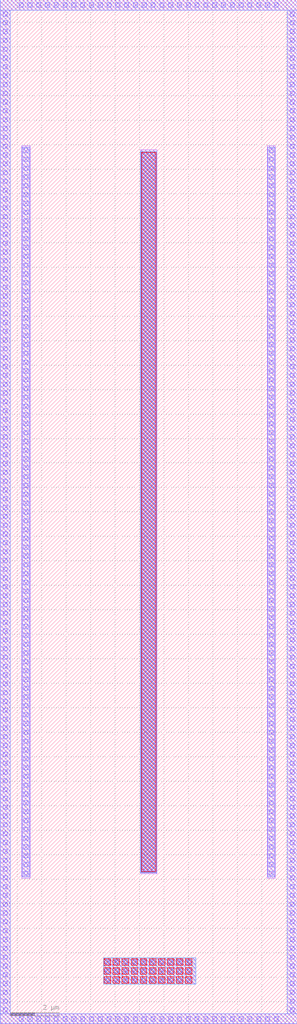
<source format=lef>
# Copyright 2020 The SkyWater PDK Authors
#
# Licensed under the Apache License, Version 2.0 (the "License");
# you may not use this file except in compliance with the License.
# You may obtain a copy of the License at
#
#     https://www.apache.org/licenses/LICENSE-2.0
#
# Unless required by applicable law or agreed to in writing, software
# distributed under the License is distributed on an "AS IS" BASIS,
# WITHOUT WARRANTIES OR CONDITIONS OF ANY KIND, either express or implied.
# See the License for the specific language governing permissions and
# limitations under the License.
#
# SPDX-License-Identifier: Apache-2.0

VERSION 5.7 ;
  NOWIREEXTENSIONATPIN ON ;
  DIVIDERCHAR "/" ;
  BUSBITCHARS "[]" ;
MACRO sky130_fd_pr__rf_nfet_20v0_withptap
  CLASS BLOCK ;
  FOREIGN sky130_fd_pr__rf_nfet_20v0_withptap ;
  ORIGIN  5.700000  5.910000 ;
  SIZE  12.15000 BY  41.82000 ;
  OBS
    LAYER li1 ;
      RECT -5.700000 -5.910000  6.450000 -5.500000 ;
      RECT -5.700000 -5.500000 -5.290000 35.500000 ;
      RECT -5.700000 35.500000  6.450000 35.910000 ;
      RECT -4.810000  0.045000 -4.480000 29.955000 ;
      RECT -1.480000 -4.285000  2.300000 -3.215000 ;
      RECT  0.040000  0.215000  0.710000 29.785000 ;
      RECT  5.230000  0.045000  5.560000 29.955000 ;
      RECT  6.040000 -5.500000  6.450000 35.500000 ;
    LAYER mcon ;
      RECT -5.580000 -5.425000 -5.410000 -5.255000 ;
      RECT -5.580000 -5.065000 -5.410000 -4.895000 ;
      RECT -5.580000 -4.705000 -5.410000 -4.535000 ;
      RECT -5.580000 -4.345000 -5.410000 -4.175000 ;
      RECT -5.580000 -3.985000 -5.410000 -3.815000 ;
      RECT -5.580000 -3.625000 -5.410000 -3.455000 ;
      RECT -5.580000 -3.265000 -5.410000 -3.095000 ;
      RECT -5.580000 -2.905000 -5.410000 -2.735000 ;
      RECT -5.580000 -2.545000 -5.410000 -2.375000 ;
      RECT -5.580000 -2.185000 -5.410000 -2.015000 ;
      RECT -5.580000 -1.825000 -5.410000 -1.655000 ;
      RECT -5.580000 -1.465000 -5.410000 -1.295000 ;
      RECT -5.580000 -1.105000 -5.410000 -0.935000 ;
      RECT -5.580000 -0.745000 -5.410000 -0.575000 ;
      RECT -5.580000 -0.385000 -5.410000 -0.215000 ;
      RECT -5.580000 -0.025000 -5.410000  0.145000 ;
      RECT -5.580000  0.335000 -5.410000  0.505000 ;
      RECT -5.580000  0.695000 -5.410000  0.865000 ;
      RECT -5.580000  1.055000 -5.410000  1.225000 ;
      RECT -5.580000  1.415000 -5.410000  1.585000 ;
      RECT -5.580000  1.775000 -5.410000  1.945000 ;
      RECT -5.580000  2.135000 -5.410000  2.305000 ;
      RECT -5.580000  2.495000 -5.410000  2.665000 ;
      RECT -5.580000  2.855000 -5.410000  3.025000 ;
      RECT -5.580000  3.215000 -5.410000  3.385000 ;
      RECT -5.580000  3.575000 -5.410000  3.745000 ;
      RECT -5.580000  3.935000 -5.410000  4.105000 ;
      RECT -5.580000  4.295000 -5.410000  4.465000 ;
      RECT -5.580000  4.655000 -5.410000  4.825000 ;
      RECT -5.580000  5.015000 -5.410000  5.185000 ;
      RECT -5.580000  5.375000 -5.410000  5.545000 ;
      RECT -5.580000  5.735000 -5.410000  5.905000 ;
      RECT -5.580000  6.095000 -5.410000  6.265000 ;
      RECT -5.580000  6.455000 -5.410000  6.625000 ;
      RECT -5.580000  6.815000 -5.410000  6.985000 ;
      RECT -5.580000  7.175000 -5.410000  7.345000 ;
      RECT -5.580000  7.535000 -5.410000  7.705000 ;
      RECT -5.580000  7.895000 -5.410000  8.065000 ;
      RECT -5.580000  8.255000 -5.410000  8.425000 ;
      RECT -5.580000  8.615000 -5.410000  8.785000 ;
      RECT -5.580000  8.975000 -5.410000  9.145000 ;
      RECT -5.580000  9.335000 -5.410000  9.505000 ;
      RECT -5.580000  9.695000 -5.410000  9.865000 ;
      RECT -5.580000 10.055000 -5.410000 10.225000 ;
      RECT -5.580000 10.415000 -5.410000 10.585000 ;
      RECT -5.580000 10.775000 -5.410000 10.945000 ;
      RECT -5.580000 11.135000 -5.410000 11.305000 ;
      RECT -5.580000 11.495000 -5.410000 11.665000 ;
      RECT -5.580000 11.855000 -5.410000 12.025000 ;
      RECT -5.580000 12.215000 -5.410000 12.385000 ;
      RECT -5.580000 12.575000 -5.410000 12.745000 ;
      RECT -5.580000 12.935000 -5.410000 13.105000 ;
      RECT -5.580000 13.295000 -5.410000 13.465000 ;
      RECT -5.580000 13.655000 -5.410000 13.825000 ;
      RECT -5.580000 14.015000 -5.410000 14.185000 ;
      RECT -5.580000 14.375000 -5.410000 14.545000 ;
      RECT -5.580000 14.735000 -5.410000 14.905000 ;
      RECT -5.580000 15.095000 -5.410000 15.265000 ;
      RECT -5.580000 15.455000 -5.410000 15.625000 ;
      RECT -5.580000 15.815000 -5.410000 15.985000 ;
      RECT -5.580000 16.175000 -5.410000 16.345000 ;
      RECT -5.580000 16.535000 -5.410000 16.705000 ;
      RECT -5.580000 16.895000 -5.410000 17.065000 ;
      RECT -5.580000 17.255000 -5.410000 17.425000 ;
      RECT -5.580000 17.615000 -5.410000 17.785000 ;
      RECT -5.580000 17.975000 -5.410000 18.145000 ;
      RECT -5.580000 18.335000 -5.410000 18.505000 ;
      RECT -5.580000 18.695000 -5.410000 18.865000 ;
      RECT -5.580000 19.055000 -5.410000 19.225000 ;
      RECT -5.580000 19.415000 -5.410000 19.585000 ;
      RECT -5.580000 19.775000 -5.410000 19.945000 ;
      RECT -5.580000 20.135000 -5.410000 20.305000 ;
      RECT -5.580000 20.495000 -5.410000 20.665000 ;
      RECT -5.580000 20.855000 -5.410000 21.025000 ;
      RECT -5.580000 21.215000 -5.410000 21.385000 ;
      RECT -5.580000 21.575000 -5.410000 21.745000 ;
      RECT -5.580000 21.935000 -5.410000 22.105000 ;
      RECT -5.580000 22.295000 -5.410000 22.465000 ;
      RECT -5.580000 22.655000 -5.410000 22.825000 ;
      RECT -5.580000 23.015000 -5.410000 23.185000 ;
      RECT -5.580000 23.375000 -5.410000 23.545000 ;
      RECT -5.580000 23.735000 -5.410000 23.905000 ;
      RECT -5.580000 24.095000 -5.410000 24.265000 ;
      RECT -5.580000 24.455000 -5.410000 24.625000 ;
      RECT -5.580000 24.815000 -5.410000 24.985000 ;
      RECT -5.580000 25.175000 -5.410000 25.345000 ;
      RECT -5.580000 25.535000 -5.410000 25.705000 ;
      RECT -5.580000 25.895000 -5.410000 26.065000 ;
      RECT -5.580000 26.255000 -5.410000 26.425000 ;
      RECT -5.580000 26.615000 -5.410000 26.785000 ;
      RECT -5.580000 26.975000 -5.410000 27.145000 ;
      RECT -5.580000 27.335000 -5.410000 27.505000 ;
      RECT -5.580000 27.695000 -5.410000 27.865000 ;
      RECT -5.580000 28.055000 -5.410000 28.225000 ;
      RECT -5.580000 28.415000 -5.410000 28.585000 ;
      RECT -5.580000 28.775000 -5.410000 28.945000 ;
      RECT -5.580000 29.135000 -5.410000 29.305000 ;
      RECT -5.580000 29.495000 -5.410000 29.665000 ;
      RECT -5.580000 29.855000 -5.410000 30.025000 ;
      RECT -5.580000 30.215000 -5.410000 30.385000 ;
      RECT -5.580000 30.575000 -5.410000 30.745000 ;
      RECT -5.580000 30.935000 -5.410000 31.105000 ;
      RECT -5.580000 31.295000 -5.410000 31.465000 ;
      RECT -5.580000 31.655000 -5.410000 31.825000 ;
      RECT -5.580000 32.015000 -5.410000 32.185000 ;
      RECT -5.580000 32.375000 -5.410000 32.545000 ;
      RECT -5.580000 32.735000 -5.410000 32.905000 ;
      RECT -5.580000 33.095000 -5.410000 33.265000 ;
      RECT -5.580000 33.455000 -5.410000 33.625000 ;
      RECT -5.580000 33.815000 -5.410000 33.985000 ;
      RECT -5.580000 34.175000 -5.410000 34.345000 ;
      RECT -5.580000 34.535000 -5.410000 34.705000 ;
      RECT -5.580000 34.895000 -5.410000 35.065000 ;
      RECT -5.580000 35.255000 -5.410000 35.425000 ;
      RECT -4.930000 -5.790000 -4.760000 -5.620000 ;
      RECT -4.930000 35.620000 -4.760000 35.790000 ;
      RECT -4.730000  0.155000 -4.560000  0.325000 ;
      RECT -4.730000  0.515000 -4.560000  0.685000 ;
      RECT -4.730000  0.875000 -4.560000  1.045000 ;
      RECT -4.730000  1.235000 -4.560000  1.405000 ;
      RECT -4.730000  1.595000 -4.560000  1.765000 ;
      RECT -4.730000  1.955000 -4.560000  2.125000 ;
      RECT -4.730000  2.315000 -4.560000  2.485000 ;
      RECT -4.730000  2.675000 -4.560000  2.845000 ;
      RECT -4.730000  3.035000 -4.560000  3.205000 ;
      RECT -4.730000  3.395000 -4.560000  3.565000 ;
      RECT -4.730000  3.755000 -4.560000  3.925000 ;
      RECT -4.730000  4.115000 -4.560000  4.285000 ;
      RECT -4.730000  4.475000 -4.560000  4.645000 ;
      RECT -4.730000  4.835000 -4.560000  5.005000 ;
      RECT -4.730000  5.195000 -4.560000  5.365000 ;
      RECT -4.730000  5.555000 -4.560000  5.725000 ;
      RECT -4.730000  5.915000 -4.560000  6.085000 ;
      RECT -4.730000  6.275000 -4.560000  6.445000 ;
      RECT -4.730000  6.635000 -4.560000  6.805000 ;
      RECT -4.730000  6.995000 -4.560000  7.165000 ;
      RECT -4.730000  7.355000 -4.560000  7.525000 ;
      RECT -4.730000  7.715000 -4.560000  7.885000 ;
      RECT -4.730000  8.075000 -4.560000  8.245000 ;
      RECT -4.730000  8.435000 -4.560000  8.605000 ;
      RECT -4.730000  8.795000 -4.560000  8.965000 ;
      RECT -4.730000  9.155000 -4.560000  9.325000 ;
      RECT -4.730000  9.515000 -4.560000  9.685000 ;
      RECT -4.730000  9.875000 -4.560000 10.045000 ;
      RECT -4.730000 10.235000 -4.560000 10.405000 ;
      RECT -4.730000 10.595000 -4.560000 10.765000 ;
      RECT -4.730000 10.955000 -4.560000 11.125000 ;
      RECT -4.730000 11.315000 -4.560000 11.485000 ;
      RECT -4.730000 11.675000 -4.560000 11.845000 ;
      RECT -4.730000 12.035000 -4.560000 12.205000 ;
      RECT -4.730000 12.395000 -4.560000 12.565000 ;
      RECT -4.730000 12.755000 -4.560000 12.925000 ;
      RECT -4.730000 13.115000 -4.560000 13.285000 ;
      RECT -4.730000 13.475000 -4.560000 13.645000 ;
      RECT -4.730000 13.835000 -4.560000 14.005000 ;
      RECT -4.730000 14.195000 -4.560000 14.365000 ;
      RECT -4.730000 14.555000 -4.560000 14.725000 ;
      RECT -4.730000 14.915000 -4.560000 15.085000 ;
      RECT -4.730000 15.275000 -4.560000 15.445000 ;
      RECT -4.730000 15.635000 -4.560000 15.805000 ;
      RECT -4.730000 15.995000 -4.560000 16.165000 ;
      RECT -4.730000 16.355000 -4.560000 16.525000 ;
      RECT -4.730000 16.715000 -4.560000 16.885000 ;
      RECT -4.730000 17.075000 -4.560000 17.245000 ;
      RECT -4.730000 17.435000 -4.560000 17.605000 ;
      RECT -4.730000 17.795000 -4.560000 17.965000 ;
      RECT -4.730000 18.155000 -4.560000 18.325000 ;
      RECT -4.730000 18.515000 -4.560000 18.685000 ;
      RECT -4.730000 18.875000 -4.560000 19.045000 ;
      RECT -4.730000 19.235000 -4.560000 19.405000 ;
      RECT -4.730000 19.595000 -4.560000 19.765000 ;
      RECT -4.730000 19.955000 -4.560000 20.125000 ;
      RECT -4.730000 20.315000 -4.560000 20.485000 ;
      RECT -4.730000 20.675000 -4.560000 20.845000 ;
      RECT -4.730000 21.035000 -4.560000 21.205000 ;
      RECT -4.730000 21.395000 -4.560000 21.565000 ;
      RECT -4.730000 21.755000 -4.560000 21.925000 ;
      RECT -4.730000 22.115000 -4.560000 22.285000 ;
      RECT -4.730000 22.475000 -4.560000 22.645000 ;
      RECT -4.730000 22.835000 -4.560000 23.005000 ;
      RECT -4.730000 23.195000 -4.560000 23.365000 ;
      RECT -4.730000 23.555000 -4.560000 23.725000 ;
      RECT -4.730000 23.915000 -4.560000 24.085000 ;
      RECT -4.730000 24.275000 -4.560000 24.445000 ;
      RECT -4.730000 24.635000 -4.560000 24.805000 ;
      RECT -4.730000 24.995000 -4.560000 25.165000 ;
      RECT -4.730000 25.355000 -4.560000 25.525000 ;
      RECT -4.730000 25.715000 -4.560000 25.885000 ;
      RECT -4.730000 26.075000 -4.560000 26.245000 ;
      RECT -4.730000 26.435000 -4.560000 26.605000 ;
      RECT -4.730000 26.795000 -4.560000 26.965000 ;
      RECT -4.730000 27.155000 -4.560000 27.325000 ;
      RECT -4.730000 27.515000 -4.560000 27.685000 ;
      RECT -4.730000 27.875000 -4.560000 28.045000 ;
      RECT -4.730000 28.235000 -4.560000 28.405000 ;
      RECT -4.730000 28.595000 -4.560000 28.765000 ;
      RECT -4.730000 28.955000 -4.560000 29.125000 ;
      RECT -4.730000 29.315000 -4.560000 29.485000 ;
      RECT -4.730000 29.675000 -4.560000 29.845000 ;
      RECT -4.570000 -5.790000 -4.400000 -5.620000 ;
      RECT -4.570000 35.620000 -4.400000 35.790000 ;
      RECT -4.210000 -5.790000 -4.040000 -5.620000 ;
      RECT -4.210000 35.620000 -4.040000 35.790000 ;
      RECT -3.850000 -5.790000 -3.680000 -5.620000 ;
      RECT -3.850000 35.620000 -3.680000 35.790000 ;
      RECT -3.490000 -5.790000 -3.320000 -5.620000 ;
      RECT -3.490000 35.620000 -3.320000 35.790000 ;
      RECT -3.130000 -5.790000 -2.960000 -5.620000 ;
      RECT -3.130000 35.620000 -2.960000 35.790000 ;
      RECT -2.770000 -5.790000 -2.600000 -5.620000 ;
      RECT -2.770000 35.620000 -2.600000 35.790000 ;
      RECT -2.410000 -5.790000 -2.240000 -5.620000 ;
      RECT -2.410000 35.620000 -2.240000 35.790000 ;
      RECT -2.050000 -5.790000 -1.880000 -5.620000 ;
      RECT -2.050000 35.620000 -1.880000 35.790000 ;
      RECT -1.690000 -5.790000 -1.520000 -5.620000 ;
      RECT -1.690000 35.620000 -1.520000 35.790000 ;
      RECT -1.400000 -4.205000 -1.230000 -4.035000 ;
      RECT -1.400000 -3.835000 -1.230000 -3.665000 ;
      RECT -1.400000 -3.465000 -1.230000 -3.295000 ;
      RECT -1.330000 -5.790000 -1.160000 -5.620000 ;
      RECT -1.330000 35.620000 -1.160000 35.790000 ;
      RECT -1.030000 -4.205000 -0.860000 -4.035000 ;
      RECT -1.030000 -3.835000 -0.860000 -3.665000 ;
      RECT -1.030000 -3.465000 -0.860000 -3.295000 ;
      RECT -0.970000 -5.790000 -0.800000 -5.620000 ;
      RECT -0.970000 35.620000 -0.800000 35.790000 ;
      RECT -0.660000 -4.205000 -0.490000 -4.035000 ;
      RECT -0.660000 -3.835000 -0.490000 -3.665000 ;
      RECT -0.660000 -3.465000 -0.490000 -3.295000 ;
      RECT -0.610000 -5.790000 -0.440000 -5.620000 ;
      RECT -0.610000 35.620000 -0.440000 35.790000 ;
      RECT -0.290000 -4.205000 -0.120000 -4.035000 ;
      RECT -0.290000 -3.835000 -0.120000 -3.665000 ;
      RECT -0.290000 -3.465000 -0.120000 -3.295000 ;
      RECT -0.250000 -5.790000 -0.080000 -5.620000 ;
      RECT -0.250000 35.620000 -0.080000 35.790000 ;
      RECT  0.080000 -4.205000  0.250000 -4.035000 ;
      RECT  0.080000 -3.835000  0.250000 -3.665000 ;
      RECT  0.080000 -3.465000  0.250000 -3.295000 ;
      RECT  0.110000 -5.790000  0.280000 -5.620000 ;
      RECT  0.110000  0.335000  0.640000 29.665000 ;
      RECT  0.110000 35.620000  0.280000 35.790000 ;
      RECT  0.450000 -4.205000  0.620000 -4.035000 ;
      RECT  0.450000 -3.835000  0.620000 -3.665000 ;
      RECT  0.450000 -3.465000  0.620000 -3.295000 ;
      RECT  0.470000 -5.790000  0.640000 -5.620000 ;
      RECT  0.470000 35.620000  0.640000 35.790000 ;
      RECT  0.820000 -4.205000  0.990000 -4.035000 ;
      RECT  0.820000 -3.835000  0.990000 -3.665000 ;
      RECT  0.820000 -3.465000  0.990000 -3.295000 ;
      RECT  0.830000 -5.790000  1.000000 -5.620000 ;
      RECT  0.830000 35.620000  1.000000 35.790000 ;
      RECT  1.190000 -5.790000  1.360000 -5.620000 ;
      RECT  1.190000 -4.205000  1.360000 -4.035000 ;
      RECT  1.190000 -3.835000  1.360000 -3.665000 ;
      RECT  1.190000 -3.465000  1.360000 -3.295000 ;
      RECT  1.190000 35.620000  1.360000 35.790000 ;
      RECT  1.550000 -5.790000  1.720000 -5.620000 ;
      RECT  1.550000 35.620000  1.720000 35.790000 ;
      RECT  1.560000 -4.205000  1.730000 -4.035000 ;
      RECT  1.560000 -3.835000  1.730000 -3.665000 ;
      RECT  1.560000 -3.465000  1.730000 -3.295000 ;
      RECT  1.910000 -5.790000  2.080000 -5.620000 ;
      RECT  1.910000 35.620000  2.080000 35.790000 ;
      RECT  1.930000 -4.205000  2.100000 -4.035000 ;
      RECT  1.930000 -3.835000  2.100000 -3.665000 ;
      RECT  1.930000 -3.465000  2.100000 -3.295000 ;
      RECT  2.270000 -5.790000  2.440000 -5.620000 ;
      RECT  2.270000 35.620000  2.440000 35.790000 ;
      RECT  2.630000 -5.790000  2.800000 -5.620000 ;
      RECT  2.630000 35.620000  2.800000 35.790000 ;
      RECT  2.990000 -5.790000  3.160000 -5.620000 ;
      RECT  2.990000 35.620000  3.160000 35.790000 ;
      RECT  3.350000 -5.790000  3.520000 -5.620000 ;
      RECT  3.350000 35.620000  3.520000 35.790000 ;
      RECT  3.710000 -5.790000  3.880000 -5.620000 ;
      RECT  3.710000 35.620000  3.880000 35.790000 ;
      RECT  4.070000 -5.790000  4.240000 -5.620000 ;
      RECT  4.070000 35.620000  4.240000 35.790000 ;
      RECT  4.430000 -5.790000  4.600000 -5.620000 ;
      RECT  4.430000 35.620000  4.600000 35.790000 ;
      RECT  4.790000 -5.790000  4.960000 -5.620000 ;
      RECT  4.790000 35.620000  4.960000 35.790000 ;
      RECT  5.150000 -5.790000  5.320000 -5.620000 ;
      RECT  5.150000 35.620000  5.320000 35.790000 ;
      RECT  5.310000  0.155000  5.480000  0.325000 ;
      RECT  5.310000  0.515000  5.480000  0.685000 ;
      RECT  5.310000  0.875000  5.480000  1.045000 ;
      RECT  5.310000  1.235000  5.480000  1.405000 ;
      RECT  5.310000  1.595000  5.480000  1.765000 ;
      RECT  5.310000  1.955000  5.480000  2.125000 ;
      RECT  5.310000  2.315000  5.480000  2.485000 ;
      RECT  5.310000  2.675000  5.480000  2.845000 ;
      RECT  5.310000  3.035000  5.480000  3.205000 ;
      RECT  5.310000  3.395000  5.480000  3.565000 ;
      RECT  5.310000  3.755000  5.480000  3.925000 ;
      RECT  5.310000  4.115000  5.480000  4.285000 ;
      RECT  5.310000  4.475000  5.480000  4.645000 ;
      RECT  5.310000  4.835000  5.480000  5.005000 ;
      RECT  5.310000  5.195000  5.480000  5.365000 ;
      RECT  5.310000  5.555000  5.480000  5.725000 ;
      RECT  5.310000  5.915000  5.480000  6.085000 ;
      RECT  5.310000  6.275000  5.480000  6.445000 ;
      RECT  5.310000  6.635000  5.480000  6.805000 ;
      RECT  5.310000  6.995000  5.480000  7.165000 ;
      RECT  5.310000  7.355000  5.480000  7.525000 ;
      RECT  5.310000  7.715000  5.480000  7.885000 ;
      RECT  5.310000  8.075000  5.480000  8.245000 ;
      RECT  5.310000  8.435000  5.480000  8.605000 ;
      RECT  5.310000  8.795000  5.480000  8.965000 ;
      RECT  5.310000  9.155000  5.480000  9.325000 ;
      RECT  5.310000  9.515000  5.480000  9.685000 ;
      RECT  5.310000  9.875000  5.480000 10.045000 ;
      RECT  5.310000 10.235000  5.480000 10.405000 ;
      RECT  5.310000 10.595000  5.480000 10.765000 ;
      RECT  5.310000 10.955000  5.480000 11.125000 ;
      RECT  5.310000 11.315000  5.480000 11.485000 ;
      RECT  5.310000 11.675000  5.480000 11.845000 ;
      RECT  5.310000 12.035000  5.480000 12.205000 ;
      RECT  5.310000 12.395000  5.480000 12.565000 ;
      RECT  5.310000 12.755000  5.480000 12.925000 ;
      RECT  5.310000 13.115000  5.480000 13.285000 ;
      RECT  5.310000 13.475000  5.480000 13.645000 ;
      RECT  5.310000 13.835000  5.480000 14.005000 ;
      RECT  5.310000 14.195000  5.480000 14.365000 ;
      RECT  5.310000 14.555000  5.480000 14.725000 ;
      RECT  5.310000 14.915000  5.480000 15.085000 ;
      RECT  5.310000 15.275000  5.480000 15.445000 ;
      RECT  5.310000 15.635000  5.480000 15.805000 ;
      RECT  5.310000 15.995000  5.480000 16.165000 ;
      RECT  5.310000 16.355000  5.480000 16.525000 ;
      RECT  5.310000 16.715000  5.480000 16.885000 ;
      RECT  5.310000 17.075000  5.480000 17.245000 ;
      RECT  5.310000 17.435000  5.480000 17.605000 ;
      RECT  5.310000 17.795000  5.480000 17.965000 ;
      RECT  5.310000 18.155000  5.480000 18.325000 ;
      RECT  5.310000 18.515000  5.480000 18.685000 ;
      RECT  5.310000 18.875000  5.480000 19.045000 ;
      RECT  5.310000 19.235000  5.480000 19.405000 ;
      RECT  5.310000 19.595000  5.480000 19.765000 ;
      RECT  5.310000 19.955000  5.480000 20.125000 ;
      RECT  5.310000 20.315000  5.480000 20.485000 ;
      RECT  5.310000 20.675000  5.480000 20.845000 ;
      RECT  5.310000 21.035000  5.480000 21.205000 ;
      RECT  5.310000 21.395000  5.480000 21.565000 ;
      RECT  5.310000 21.755000  5.480000 21.925000 ;
      RECT  5.310000 22.115000  5.480000 22.285000 ;
      RECT  5.310000 22.475000  5.480000 22.645000 ;
      RECT  5.310000 22.835000  5.480000 23.005000 ;
      RECT  5.310000 23.195000  5.480000 23.365000 ;
      RECT  5.310000 23.555000  5.480000 23.725000 ;
      RECT  5.310000 23.915000  5.480000 24.085000 ;
      RECT  5.310000 24.275000  5.480000 24.445000 ;
      RECT  5.310000 24.635000  5.480000 24.805000 ;
      RECT  5.310000 24.995000  5.480000 25.165000 ;
      RECT  5.310000 25.355000  5.480000 25.525000 ;
      RECT  5.310000 25.715000  5.480000 25.885000 ;
      RECT  5.310000 26.075000  5.480000 26.245000 ;
      RECT  5.310000 26.435000  5.480000 26.605000 ;
      RECT  5.310000 26.795000  5.480000 26.965000 ;
      RECT  5.310000 27.155000  5.480000 27.325000 ;
      RECT  5.310000 27.515000  5.480000 27.685000 ;
      RECT  5.310000 27.875000  5.480000 28.045000 ;
      RECT  5.310000 28.235000  5.480000 28.405000 ;
      RECT  5.310000 28.595000  5.480000 28.765000 ;
      RECT  5.310000 28.955000  5.480000 29.125000 ;
      RECT  5.310000 29.315000  5.480000 29.485000 ;
      RECT  5.310000 29.675000  5.480000 29.845000 ;
      RECT  5.510000 -5.790000  5.680000 -5.620000 ;
      RECT  5.510000 35.620000  5.680000 35.790000 ;
      RECT  6.160000 -5.425000  6.330000 -5.255000 ;
      RECT  6.160000 -5.065000  6.330000 -4.895000 ;
      RECT  6.160000 -4.705000  6.330000 -4.535000 ;
      RECT  6.160000 -4.345000  6.330000 -4.175000 ;
      RECT  6.160000 -3.985000  6.330000 -3.815000 ;
      RECT  6.160000 -3.625000  6.330000 -3.455000 ;
      RECT  6.160000 -3.265000  6.330000 -3.095000 ;
      RECT  6.160000 -2.905000  6.330000 -2.735000 ;
      RECT  6.160000 -2.545000  6.330000 -2.375000 ;
      RECT  6.160000 -2.185000  6.330000 -2.015000 ;
      RECT  6.160000 -1.825000  6.330000 -1.655000 ;
      RECT  6.160000 -1.465000  6.330000 -1.295000 ;
      RECT  6.160000 -1.105000  6.330000 -0.935000 ;
      RECT  6.160000 -0.745000  6.330000 -0.575000 ;
      RECT  6.160000 -0.385000  6.330000 -0.215000 ;
      RECT  6.160000 -0.025000  6.330000  0.145000 ;
      RECT  6.160000  0.335000  6.330000  0.505000 ;
      RECT  6.160000  0.695000  6.330000  0.865000 ;
      RECT  6.160000  1.055000  6.330000  1.225000 ;
      RECT  6.160000  1.415000  6.330000  1.585000 ;
      RECT  6.160000  1.775000  6.330000  1.945000 ;
      RECT  6.160000  2.135000  6.330000  2.305000 ;
      RECT  6.160000  2.495000  6.330000  2.665000 ;
      RECT  6.160000  2.855000  6.330000  3.025000 ;
      RECT  6.160000  3.215000  6.330000  3.385000 ;
      RECT  6.160000  3.575000  6.330000  3.745000 ;
      RECT  6.160000  3.935000  6.330000  4.105000 ;
      RECT  6.160000  4.295000  6.330000  4.465000 ;
      RECT  6.160000  4.655000  6.330000  4.825000 ;
      RECT  6.160000  5.015000  6.330000  5.185000 ;
      RECT  6.160000  5.375000  6.330000  5.545000 ;
      RECT  6.160000  5.735000  6.330000  5.905000 ;
      RECT  6.160000  6.095000  6.330000  6.265000 ;
      RECT  6.160000  6.455000  6.330000  6.625000 ;
      RECT  6.160000  6.815000  6.330000  6.985000 ;
      RECT  6.160000  7.175000  6.330000  7.345000 ;
      RECT  6.160000  7.535000  6.330000  7.705000 ;
      RECT  6.160000  7.895000  6.330000  8.065000 ;
      RECT  6.160000  8.255000  6.330000  8.425000 ;
      RECT  6.160000  8.615000  6.330000  8.785000 ;
      RECT  6.160000  8.975000  6.330000  9.145000 ;
      RECT  6.160000  9.335000  6.330000  9.505000 ;
      RECT  6.160000  9.695000  6.330000  9.865000 ;
      RECT  6.160000 10.055000  6.330000 10.225000 ;
      RECT  6.160000 10.415000  6.330000 10.585000 ;
      RECT  6.160000 10.775000  6.330000 10.945000 ;
      RECT  6.160000 11.135000  6.330000 11.305000 ;
      RECT  6.160000 11.495000  6.330000 11.665000 ;
      RECT  6.160000 11.855000  6.330000 12.025000 ;
      RECT  6.160000 12.215000  6.330000 12.385000 ;
      RECT  6.160000 12.575000  6.330000 12.745000 ;
      RECT  6.160000 12.935000  6.330000 13.105000 ;
      RECT  6.160000 13.295000  6.330000 13.465000 ;
      RECT  6.160000 13.655000  6.330000 13.825000 ;
      RECT  6.160000 14.015000  6.330000 14.185000 ;
      RECT  6.160000 14.375000  6.330000 14.545000 ;
      RECT  6.160000 14.735000  6.330000 14.905000 ;
      RECT  6.160000 15.095000  6.330000 15.265000 ;
      RECT  6.160000 15.455000  6.330000 15.625000 ;
      RECT  6.160000 15.815000  6.330000 15.985000 ;
      RECT  6.160000 16.175000  6.330000 16.345000 ;
      RECT  6.160000 16.535000  6.330000 16.705000 ;
      RECT  6.160000 16.895000  6.330000 17.065000 ;
      RECT  6.160000 17.255000  6.330000 17.425000 ;
      RECT  6.160000 17.615000  6.330000 17.785000 ;
      RECT  6.160000 17.975000  6.330000 18.145000 ;
      RECT  6.160000 18.335000  6.330000 18.505000 ;
      RECT  6.160000 18.695000  6.330000 18.865000 ;
      RECT  6.160000 19.055000  6.330000 19.225000 ;
      RECT  6.160000 19.415000  6.330000 19.585000 ;
      RECT  6.160000 19.775000  6.330000 19.945000 ;
      RECT  6.160000 20.135000  6.330000 20.305000 ;
      RECT  6.160000 20.495000  6.330000 20.665000 ;
      RECT  6.160000 20.855000  6.330000 21.025000 ;
      RECT  6.160000 21.215000  6.330000 21.385000 ;
      RECT  6.160000 21.575000  6.330000 21.745000 ;
      RECT  6.160000 21.935000  6.330000 22.105000 ;
      RECT  6.160000 22.295000  6.330000 22.465000 ;
      RECT  6.160000 22.655000  6.330000 22.825000 ;
      RECT  6.160000 23.015000  6.330000 23.185000 ;
      RECT  6.160000 23.375000  6.330000 23.545000 ;
      RECT  6.160000 23.735000  6.330000 23.905000 ;
      RECT  6.160000 24.095000  6.330000 24.265000 ;
      RECT  6.160000 24.455000  6.330000 24.625000 ;
      RECT  6.160000 24.815000  6.330000 24.985000 ;
      RECT  6.160000 25.175000  6.330000 25.345000 ;
      RECT  6.160000 25.535000  6.330000 25.705000 ;
      RECT  6.160000 25.895000  6.330000 26.065000 ;
      RECT  6.160000 26.255000  6.330000 26.425000 ;
      RECT  6.160000 26.615000  6.330000 26.785000 ;
      RECT  6.160000 26.975000  6.330000 27.145000 ;
      RECT  6.160000 27.335000  6.330000 27.505000 ;
      RECT  6.160000 27.695000  6.330000 27.865000 ;
      RECT  6.160000 28.055000  6.330000 28.225000 ;
      RECT  6.160000 28.415000  6.330000 28.585000 ;
      RECT  6.160000 28.775000  6.330000 28.945000 ;
      RECT  6.160000 29.135000  6.330000 29.305000 ;
      RECT  6.160000 29.495000  6.330000 29.665000 ;
      RECT  6.160000 29.855000  6.330000 30.025000 ;
      RECT  6.160000 30.215000  6.330000 30.385000 ;
      RECT  6.160000 30.575000  6.330000 30.745000 ;
      RECT  6.160000 30.935000  6.330000 31.105000 ;
      RECT  6.160000 31.295000  6.330000 31.465000 ;
      RECT  6.160000 31.655000  6.330000 31.825000 ;
      RECT  6.160000 32.015000  6.330000 32.185000 ;
      RECT  6.160000 32.375000  6.330000 32.545000 ;
      RECT  6.160000 32.735000  6.330000 32.905000 ;
      RECT  6.160000 33.095000  6.330000 33.265000 ;
      RECT  6.160000 33.455000  6.330000 33.625000 ;
      RECT  6.160000 33.815000  6.330000 33.985000 ;
      RECT  6.160000 34.175000  6.330000 34.345000 ;
      RECT  6.160000 34.535000  6.330000 34.705000 ;
      RECT  6.160000 34.895000  6.330000 35.065000 ;
      RECT  6.160000 35.255000  6.330000 35.425000 ;
    LAYER met1 ;
      RECT -5.700000 -5.910000  6.450000 -5.500000 ;
      RECT -5.700000 -5.500000 -5.290000 35.500000 ;
      RECT -5.700000 35.500000  6.450000 35.910000 ;
      RECT -4.790000  0.095000 -4.500000 29.905000 ;
      RECT -1.480000 -4.285000  2.300000 -3.215000 ;
      RECT  0.050000  0.275000  0.700000 29.725000 ;
      RECT  5.250000  0.095000  5.540000 29.905000 ;
      RECT  6.040000 -5.500000  6.450000 35.500000 ;
    LAYER met2 ;
      RECT -1.480000 -4.285000 2.300000 -3.215000 ;
      RECT  0.055000  0.285000 0.695000 29.725000 ;
    LAYER via ;
      RECT -1.445000 -4.250000 -1.185000 -3.990000 ;
      RECT -1.445000 -3.880000 -1.185000 -3.620000 ;
      RECT -1.445000 -3.510000 -1.185000 -3.250000 ;
      RECT -1.075000 -4.250000 -0.815000 -3.990000 ;
      RECT -1.075000 -3.880000 -0.815000 -3.620000 ;
      RECT -1.075000 -3.510000 -0.815000 -3.250000 ;
      RECT -0.705000 -4.250000 -0.445000 -3.990000 ;
      RECT -0.705000 -3.880000 -0.445000 -3.620000 ;
      RECT -0.705000 -3.510000 -0.445000 -3.250000 ;
      RECT -0.335000 -4.250000 -0.075000 -3.990000 ;
      RECT -0.335000 -3.880000 -0.075000 -3.620000 ;
      RECT -0.335000 -3.510000 -0.075000 -3.250000 ;
      RECT  0.035000 -4.250000  0.295000 -3.990000 ;
      RECT  0.035000 -3.880000  0.295000 -3.620000 ;
      RECT  0.035000 -3.510000  0.295000 -3.250000 ;
      RECT  0.085000  0.315000  0.665000 29.695000 ;
      RECT  0.405000 -4.250000  0.665000 -3.990000 ;
      RECT  0.405000 -3.880000  0.665000 -3.620000 ;
      RECT  0.405000 -3.510000  0.665000 -3.250000 ;
      RECT  0.775000 -4.250000  1.035000 -3.990000 ;
      RECT  0.775000 -3.880000  1.035000 -3.620000 ;
      RECT  0.775000 -3.510000  1.035000 -3.250000 ;
      RECT  1.145000 -4.250000  1.405000 -3.990000 ;
      RECT  1.145000 -3.880000  1.405000 -3.620000 ;
      RECT  1.145000 -3.510000  1.405000 -3.250000 ;
      RECT  1.515000 -4.250000  1.775000 -3.990000 ;
      RECT  1.515000 -3.880000  1.775000 -3.620000 ;
      RECT  1.515000 -3.510000  1.775000 -3.250000 ;
      RECT  1.885000 -4.250000  2.145000 -3.990000 ;
      RECT  1.885000 -3.880000  2.145000 -3.620000 ;
      RECT  1.885000 -3.510000  2.145000 -3.250000 ;
  END
END sky130_fd_pr__rf_nfet_20v0_withptap
END LIBRARY

</source>
